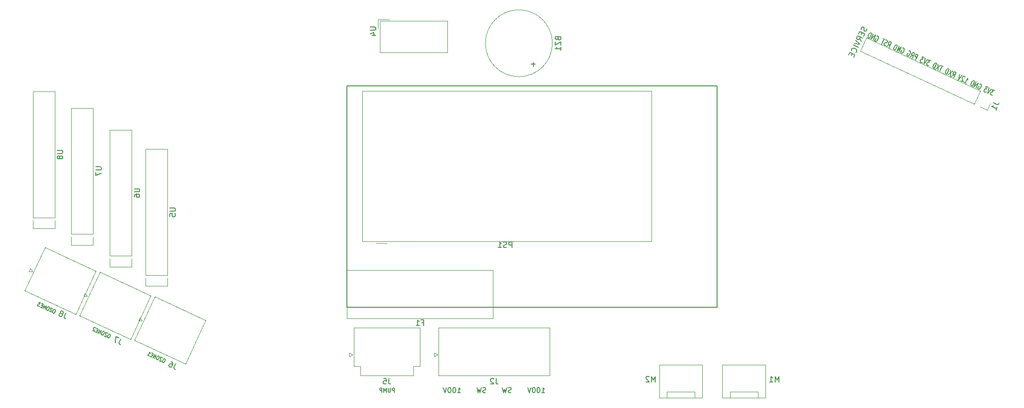
<source format=gbr>
G04 #@! TF.GenerationSoftware,KiCad,Pcbnew,5.1.9-73d0e3b20d~88~ubuntu20.04.1*
G04 #@! TF.CreationDate,2021-07-26T19:08:20+09:00*
G04 #@! TF.ProjectId,ESP32DUALDIAL,45535033-3244-4554-914c-4449414c2e6b,rev?*
G04 #@! TF.SameCoordinates,Original*
G04 #@! TF.FileFunction,Legend,Bot*
G04 #@! TF.FilePolarity,Positive*
%FSLAX46Y46*%
G04 Gerber Fmt 4.6, Leading zero omitted, Abs format (unit mm)*
G04 Created by KiCad (PCBNEW 5.1.9-73d0e3b20d~88~ubuntu20.04.1) date 2021-07-26 19:08:20*
%MOMM*%
%LPD*%
G01*
G04 APERTURE LIST*
%ADD10C,0.175000*%
%ADD11C,0.150000*%
%ADD12C,0.177500*%
%ADD13C,0.120000*%
G04 APERTURE END LIST*
D10*
X119157142Y-145907142D02*
X119671428Y-145907142D01*
X119414285Y-145907142D02*
X119414285Y-145007142D01*
X119500000Y-145135714D01*
X119585714Y-145221428D01*
X119671428Y-145264285D01*
X118600000Y-145007142D02*
X118514285Y-145007142D01*
X118428571Y-145050000D01*
X118385714Y-145092857D01*
X118342857Y-145178571D01*
X118300000Y-145350000D01*
X118300000Y-145564285D01*
X118342857Y-145735714D01*
X118385714Y-145821428D01*
X118428571Y-145864285D01*
X118514285Y-145907142D01*
X118600000Y-145907142D01*
X118685714Y-145864285D01*
X118728571Y-145821428D01*
X118771428Y-145735714D01*
X118814285Y-145564285D01*
X118814285Y-145350000D01*
X118771428Y-145178571D01*
X118728571Y-145092857D01*
X118685714Y-145050000D01*
X118600000Y-145007142D01*
X117742857Y-145007142D02*
X117657142Y-145007142D01*
X117571428Y-145050000D01*
X117528571Y-145092857D01*
X117485714Y-145178571D01*
X117442857Y-145350000D01*
X117442857Y-145564285D01*
X117485714Y-145735714D01*
X117528571Y-145821428D01*
X117571428Y-145864285D01*
X117657142Y-145907142D01*
X117742857Y-145907142D01*
X117828571Y-145864285D01*
X117871428Y-145821428D01*
X117914285Y-145735714D01*
X117957142Y-145564285D01*
X117957142Y-145350000D01*
X117914285Y-145178571D01*
X117871428Y-145092857D01*
X117828571Y-145050000D01*
X117742857Y-145007142D01*
X117185714Y-145007142D02*
X116885714Y-145907142D01*
X116585714Y-145007142D01*
X113585714Y-145864285D02*
X113457142Y-145907142D01*
X113242857Y-145907142D01*
X113157142Y-145864285D01*
X113114285Y-145821428D01*
X113071428Y-145735714D01*
X113071428Y-145650000D01*
X113114285Y-145564285D01*
X113157142Y-145521428D01*
X113242857Y-145478571D01*
X113414285Y-145435714D01*
X113500000Y-145392857D01*
X113542857Y-145350000D01*
X113585714Y-145264285D01*
X113585714Y-145178571D01*
X113542857Y-145092857D01*
X113500000Y-145050000D01*
X113414285Y-145007142D01*
X113200000Y-145007142D01*
X113071428Y-145050000D01*
X112771428Y-145007142D02*
X112557142Y-145907142D01*
X112385714Y-145264285D01*
X112214285Y-145907142D01*
X112000000Y-145007142D01*
X108957142Y-145864285D02*
X108828571Y-145907142D01*
X108614285Y-145907142D01*
X108528571Y-145864285D01*
X108485714Y-145821428D01*
X108442857Y-145735714D01*
X108442857Y-145650000D01*
X108485714Y-145564285D01*
X108528571Y-145521428D01*
X108614285Y-145478571D01*
X108785714Y-145435714D01*
X108871428Y-145392857D01*
X108914285Y-145350000D01*
X108957142Y-145264285D01*
X108957142Y-145178571D01*
X108914285Y-145092857D01*
X108871428Y-145050000D01*
X108785714Y-145007142D01*
X108571428Y-145007142D01*
X108442857Y-145050000D01*
X108142857Y-145007142D02*
X107928571Y-145907142D01*
X107757142Y-145264285D01*
X107585714Y-145907142D01*
X107371428Y-145007142D01*
X103814285Y-145907142D02*
X104328571Y-145907142D01*
X104071428Y-145907142D02*
X104071428Y-145007142D01*
X104157142Y-145135714D01*
X104242857Y-145221428D01*
X104328571Y-145264285D01*
X103257142Y-145007142D02*
X103171428Y-145007142D01*
X103085714Y-145050000D01*
X103042857Y-145092857D01*
X103000000Y-145178571D01*
X102957142Y-145350000D01*
X102957142Y-145564285D01*
X103000000Y-145735714D01*
X103042857Y-145821428D01*
X103085714Y-145864285D01*
X103171428Y-145907142D01*
X103257142Y-145907142D01*
X103342857Y-145864285D01*
X103385714Y-145821428D01*
X103428571Y-145735714D01*
X103471428Y-145564285D01*
X103471428Y-145350000D01*
X103428571Y-145178571D01*
X103385714Y-145092857D01*
X103342857Y-145050000D01*
X103257142Y-145007142D01*
X102400000Y-145007142D02*
X102314285Y-145007142D01*
X102228571Y-145050000D01*
X102185714Y-145092857D01*
X102142857Y-145178571D01*
X102100000Y-145350000D01*
X102100000Y-145564285D01*
X102142857Y-145735714D01*
X102185714Y-145821428D01*
X102228571Y-145864285D01*
X102314285Y-145907142D01*
X102400000Y-145907142D01*
X102485714Y-145864285D01*
X102528571Y-145821428D01*
X102571428Y-145735714D01*
X102614285Y-145564285D01*
X102614285Y-145350000D01*
X102571428Y-145178571D01*
X102528571Y-145092857D01*
X102485714Y-145050000D01*
X102400000Y-145007142D01*
X101842857Y-145007142D02*
X101542857Y-145907142D01*
X101242857Y-145007142D01*
X92300000Y-145816666D02*
X92300000Y-145116666D01*
X92033333Y-145116666D01*
X91966666Y-145150000D01*
X91933333Y-145183333D01*
X91900000Y-145250000D01*
X91900000Y-145350000D01*
X91933333Y-145416666D01*
X91966666Y-145450000D01*
X92033333Y-145483333D01*
X92300000Y-145483333D01*
X91600000Y-145116666D02*
X91600000Y-145683333D01*
X91566666Y-145750000D01*
X91533333Y-145783333D01*
X91466666Y-145816666D01*
X91333333Y-145816666D01*
X91266666Y-145783333D01*
X91233333Y-145750000D01*
X91200000Y-145683333D01*
X91200000Y-145116666D01*
X90866666Y-145816666D02*
X90866666Y-145116666D01*
X90633333Y-145616666D01*
X90400000Y-145116666D01*
X90400000Y-145816666D01*
X90066666Y-145816666D02*
X90066666Y-145116666D01*
X89800000Y-145116666D01*
X89733333Y-145150000D01*
X89700000Y-145183333D01*
X89666666Y-145250000D01*
X89666666Y-145350000D01*
X89700000Y-145416666D01*
X89733333Y-145450000D01*
X89800000Y-145483333D01*
X90066666Y-145483333D01*
D11*
X50547359Y-139798584D02*
X50443781Y-139750284D01*
X50377905Y-139756345D01*
X50297941Y-139792616D01*
X50215698Y-139901382D01*
X50117087Y-140112854D01*
X50086632Y-140245770D01*
X50110247Y-140330340D01*
X50147949Y-140384700D01*
X50251527Y-140432999D01*
X50317403Y-140426939D01*
X50397366Y-140390668D01*
X50479610Y-140281901D01*
X50578221Y-140070430D01*
X50608676Y-139937514D01*
X50585061Y-139852944D01*
X50547359Y-139798584D01*
X50133047Y-139605387D02*
X49770524Y-139436339D01*
X49837214Y-140239802D01*
X49474691Y-140070755D01*
X49459790Y-139291442D02*
X49356212Y-139243143D01*
X49290336Y-139249203D01*
X49210372Y-139285474D01*
X49128129Y-139394240D01*
X49029518Y-139605712D01*
X48999063Y-139738628D01*
X49022677Y-139823198D01*
X49060379Y-139877558D01*
X49163957Y-139925857D01*
X49229834Y-139919797D01*
X49309797Y-139883526D01*
X49392041Y-139774759D01*
X49490652Y-139563288D01*
X49521106Y-139430372D01*
X49497492Y-139345802D01*
X49459790Y-139291442D01*
X48697856Y-139708511D02*
X48993689Y-139074095D01*
X48387122Y-139563613D01*
X48682955Y-138929198D01*
X48283137Y-139110552D02*
X48101875Y-139026028D01*
X47869232Y-139322117D02*
X48128177Y-139442865D01*
X48424010Y-138808450D01*
X48165065Y-138687701D01*
X47351342Y-139080621D02*
X47662076Y-139225518D01*
X47506709Y-139153070D02*
X47802541Y-138518654D01*
X47812069Y-138633435D01*
X47835683Y-138718005D01*
X47873385Y-138772365D01*
X30547359Y-130798584D02*
X30443781Y-130750284D01*
X30377905Y-130756345D01*
X30297941Y-130792616D01*
X30215698Y-130901382D01*
X30117087Y-131112854D01*
X30086632Y-131245770D01*
X30110247Y-131330340D01*
X30147949Y-131384700D01*
X30251527Y-131432999D01*
X30317403Y-131426939D01*
X30397366Y-131390668D01*
X30479610Y-131281901D01*
X30578221Y-131070430D01*
X30608676Y-130937514D01*
X30585061Y-130852944D01*
X30547359Y-130798584D01*
X30133047Y-130605387D02*
X29770524Y-130436339D01*
X29837214Y-131239802D01*
X29474691Y-131070755D01*
X29459790Y-130291442D02*
X29356212Y-130243143D01*
X29290336Y-130249203D01*
X29210372Y-130285474D01*
X29128129Y-130394240D01*
X29029518Y-130605712D01*
X28999063Y-130738628D01*
X29022677Y-130823198D01*
X29060379Y-130877558D01*
X29163957Y-130925857D01*
X29229834Y-130919797D01*
X29309797Y-130883526D01*
X29392041Y-130774759D01*
X29490652Y-130563288D01*
X29521106Y-130430372D01*
X29497492Y-130345802D01*
X29459790Y-130291442D01*
X28697856Y-130708511D02*
X28993689Y-130074095D01*
X28387122Y-130563613D01*
X28682955Y-129929198D01*
X28283137Y-130110552D02*
X28101875Y-130026028D01*
X27869232Y-130322117D02*
X28128177Y-130442865D01*
X28424010Y-129808450D01*
X28165065Y-129687701D01*
X27983803Y-129603178D02*
X27647174Y-129446205D01*
X27715738Y-129772411D01*
X27638054Y-129736187D01*
X27572178Y-129742247D01*
X27532196Y-129760383D01*
X27478127Y-129808728D01*
X27407691Y-129959780D01*
X27405411Y-130032275D01*
X27417218Y-130074560D01*
X27454920Y-130128920D01*
X27610287Y-130201369D01*
X27676163Y-130195308D01*
X27716145Y-130177173D01*
X40547359Y-135298584D02*
X40443781Y-135250284D01*
X40377905Y-135256345D01*
X40297941Y-135292616D01*
X40215698Y-135401382D01*
X40117087Y-135612854D01*
X40086632Y-135745770D01*
X40110247Y-135830340D01*
X40147949Y-135884700D01*
X40251527Y-135932999D01*
X40317403Y-135926939D01*
X40397366Y-135890668D01*
X40479610Y-135781901D01*
X40578221Y-135570430D01*
X40608676Y-135437514D01*
X40585061Y-135352944D01*
X40547359Y-135298584D01*
X40133047Y-135105387D02*
X39770524Y-134936339D01*
X39837214Y-135739802D01*
X39474691Y-135570755D01*
X39459790Y-134791442D02*
X39356212Y-134743143D01*
X39290336Y-134749203D01*
X39210372Y-134785474D01*
X39128129Y-134894240D01*
X39029518Y-135105712D01*
X38999063Y-135238628D01*
X39022677Y-135323198D01*
X39060379Y-135377558D01*
X39163957Y-135425857D01*
X39229834Y-135419797D01*
X39309797Y-135383526D01*
X39392041Y-135274759D01*
X39490652Y-135063288D01*
X39521106Y-134930372D01*
X39497492Y-134845802D01*
X39459790Y-134791442D01*
X38697856Y-135208511D02*
X38993689Y-134574095D01*
X38387122Y-135063613D01*
X38682955Y-134429198D01*
X38283137Y-134610552D02*
X38101875Y-134526028D01*
X37869232Y-134822117D02*
X38128177Y-134942865D01*
X38424010Y-134308450D01*
X38165065Y-134187701D01*
X37929734Y-134151523D02*
X37917927Y-134109238D01*
X37880225Y-134054879D01*
X37750752Y-133994505D01*
X37684876Y-134000565D01*
X37644894Y-134018701D01*
X37590825Y-134067046D01*
X37562651Y-134127467D01*
X37546283Y-134230172D01*
X37687970Y-134737593D01*
X37351342Y-134580621D01*
D12*
X201614875Y-90811874D02*
X201216531Y-90626123D01*
X201270026Y-91071403D01*
X201178101Y-91028537D01*
X201096693Y-91043118D01*
X201045926Y-91071987D01*
X200975035Y-91144013D01*
X200874412Y-91359801D01*
X200864804Y-91460405D01*
X200875321Y-91517851D01*
X200916480Y-91589585D01*
X201100331Y-91675316D01*
X201181739Y-91660736D01*
X201232506Y-91631867D01*
X201032680Y-90540392D02*
X200395569Y-91346680D01*
X200603694Y-90340353D01*
X200450485Y-90268910D02*
X200052141Y-90083159D01*
X200105637Y-90528439D01*
X200013711Y-90485574D01*
X199932303Y-90500154D01*
X199881536Y-90529023D01*
X199810645Y-90601050D01*
X199710022Y-90816837D01*
X199700414Y-90917441D01*
X199710931Y-90974887D01*
X199752090Y-91046621D01*
X199935941Y-91132352D01*
X200017350Y-91117772D01*
X200068116Y-91088903D01*
X198928911Y-89611930D02*
X199010319Y-89597350D01*
X199102244Y-89640215D01*
X199174045Y-89726238D01*
X199195080Y-89841130D01*
X199185472Y-89941734D01*
X199135615Y-90128653D01*
X199075241Y-90258125D01*
X198964101Y-90416467D01*
X198893209Y-90488493D01*
X198791676Y-90546231D01*
X198679626Y-90546523D01*
X198618343Y-90517946D01*
X198546542Y-90431923D01*
X198536025Y-90374477D01*
X198676897Y-90072374D01*
X198799465Y-90129528D01*
X198219999Y-90332195D02*
X198642617Y-89425887D01*
X197852297Y-90160733D01*
X198274915Y-89254425D01*
X197545878Y-90017848D02*
X197968497Y-89111540D01*
X197815287Y-89040097D01*
X197703237Y-89040389D01*
X197601704Y-89098127D01*
X197530813Y-89170154D01*
X197419672Y-89328495D01*
X197359298Y-89457968D01*
X197309442Y-89644886D01*
X197299834Y-89745490D01*
X197320868Y-89860382D01*
X197392669Y-89946405D01*
X197545878Y-90017848D01*
X196075070Y-89331999D02*
X196442772Y-89503461D01*
X196258921Y-89417730D02*
X196681540Y-88511422D01*
X196682449Y-88669472D01*
X196703483Y-88784364D01*
X196744642Y-88856098D01*
X196212304Y-88397698D02*
X196201787Y-88340252D01*
X196160628Y-88268517D01*
X196007419Y-88197075D01*
X195926011Y-88211655D01*
X195875244Y-88240524D01*
X195804353Y-88312550D01*
X195764104Y-88398866D01*
X195734372Y-88542627D01*
X195860577Y-89231979D01*
X195462234Y-89046228D01*
X195701001Y-88054189D02*
X195063890Y-88860477D01*
X195272015Y-87854150D01*
X193776933Y-88260360D02*
X194192672Y-87928804D01*
X194144635Y-88431822D02*
X194567253Y-87525514D01*
X194322118Y-87411206D01*
X194240710Y-87425786D01*
X194189943Y-87454655D01*
X194119052Y-87526682D01*
X194058678Y-87656154D01*
X194049071Y-87756758D01*
X194059588Y-87814204D01*
X194100747Y-87885938D01*
X194345881Y-88000247D01*
X193985058Y-87254032D02*
X193133454Y-87960301D01*
X193556072Y-87053993D02*
X193562440Y-88160340D01*
X192888319Y-87845992D02*
X193310938Y-86939685D01*
X193157729Y-86868242D01*
X193045678Y-86868534D01*
X192944145Y-86926272D01*
X192873254Y-86998298D01*
X192762114Y-87156640D01*
X192701740Y-87286112D01*
X192651883Y-87473031D01*
X192642275Y-87573635D01*
X192663309Y-87688527D01*
X192735110Y-87774550D01*
X192888319Y-87845992D01*
X192269115Y-86453875D02*
X191901413Y-86282413D01*
X191662646Y-87274451D02*
X192085264Y-86368144D01*
X191748204Y-86210970D02*
X190896600Y-86917238D01*
X191319218Y-86010931D02*
X191325586Y-87117278D01*
X190651466Y-86802930D02*
X191074084Y-85896622D01*
X190920875Y-85825180D01*
X190808824Y-85825472D01*
X190707291Y-85883210D01*
X190636400Y-85955236D01*
X190525260Y-86113578D01*
X190464886Y-86243050D01*
X190415029Y-86429969D01*
X190405421Y-86530572D01*
X190426456Y-86645465D01*
X190498256Y-86731488D01*
X190651466Y-86802930D01*
X190001620Y-85396524D02*
X189603276Y-85210773D01*
X189656771Y-85656053D01*
X189564846Y-85613188D01*
X189483437Y-85627768D01*
X189432671Y-85656637D01*
X189361780Y-85728664D01*
X189261156Y-85944451D01*
X189251549Y-86045055D01*
X189262066Y-86102501D01*
X189303225Y-86174235D01*
X189487076Y-86259966D01*
X189568484Y-86245386D01*
X189619251Y-86216517D01*
X189419425Y-85125042D02*
X188782314Y-85931330D01*
X188990439Y-84925003D01*
X188837230Y-84853560D02*
X188438886Y-84667810D01*
X188492381Y-85113089D01*
X188400456Y-85070224D01*
X188319048Y-85084804D01*
X188268281Y-85113673D01*
X188197390Y-85185700D01*
X188096766Y-85401487D01*
X188087159Y-85502091D01*
X188097676Y-85559537D01*
X188138835Y-85631271D01*
X188322686Y-85717003D01*
X188404094Y-85702422D01*
X188454861Y-85673553D01*
X187250222Y-85216904D02*
X187672840Y-84310596D01*
X187427705Y-84196288D01*
X187346297Y-84210869D01*
X187295531Y-84239738D01*
X187224639Y-84311764D01*
X187164265Y-84441237D01*
X187154658Y-84541840D01*
X187165175Y-84599286D01*
X187206334Y-84671021D01*
X187451469Y-84785329D01*
X186239041Y-84745383D02*
X186654781Y-84413828D01*
X186606743Y-84916845D02*
X187029362Y-84010538D01*
X186784227Y-83896229D01*
X186702819Y-83910810D01*
X186652052Y-83939679D01*
X186581161Y-84011705D01*
X186520787Y-84141178D01*
X186511179Y-84241781D01*
X186521696Y-84299227D01*
X186562855Y-84370962D01*
X186807990Y-84485270D01*
X186028698Y-83596462D02*
X186110107Y-83581882D01*
X186202032Y-83624747D01*
X186273833Y-83710771D01*
X186294867Y-83825663D01*
X186285260Y-83926266D01*
X186235403Y-84113185D01*
X186175029Y-84242657D01*
X186063888Y-84400999D01*
X185992997Y-84473025D01*
X185891464Y-84530763D01*
X185779414Y-84531055D01*
X185718130Y-84502478D01*
X185646329Y-84416455D01*
X185635812Y-84359009D01*
X185776685Y-84056906D01*
X185899252Y-84114061D01*
X184894950Y-83067787D02*
X184976359Y-83053207D01*
X185068284Y-83096072D01*
X185140085Y-83182095D01*
X185161119Y-83296987D01*
X185151512Y-83397591D01*
X185101655Y-83584509D01*
X185041281Y-83713982D01*
X184930140Y-83872323D01*
X184859249Y-83944350D01*
X184757716Y-84002088D01*
X184645666Y-84002380D01*
X184584382Y-83973803D01*
X184512581Y-83887780D01*
X184502064Y-83830334D01*
X184642937Y-83528231D01*
X184765504Y-83585385D01*
X184186038Y-83788052D02*
X184608657Y-82881744D01*
X183818336Y-83616590D01*
X184240955Y-82710282D01*
X183511918Y-83473705D02*
X183934536Y-82567397D01*
X183781327Y-82495954D01*
X183669277Y-82496246D01*
X183567744Y-82553984D01*
X183496853Y-82626011D01*
X183385712Y-82784352D01*
X183325338Y-82913825D01*
X183275481Y-83100743D01*
X183265874Y-83201347D01*
X183286908Y-83316239D01*
X183358709Y-83402262D01*
X183511918Y-83473705D01*
X182010468Y-82773567D02*
X182426208Y-82442012D01*
X182378170Y-82945029D02*
X182800788Y-82038721D01*
X182555654Y-81924413D01*
X182474245Y-81938994D01*
X182423479Y-81967863D01*
X182352588Y-82039889D01*
X182292214Y-82169362D01*
X182282606Y-82269965D01*
X182293123Y-82327411D01*
X182334282Y-82399146D01*
X182579417Y-82513454D01*
X181785458Y-82616101D02*
X181673408Y-82616393D01*
X181520199Y-82544951D01*
X181479040Y-82473216D01*
X181468523Y-82415770D01*
X181478130Y-82315166D01*
X181518379Y-82228851D01*
X181589271Y-82156825D01*
X181640037Y-82127956D01*
X181721446Y-82113375D01*
X181864138Y-82127372D01*
X181945546Y-82112792D01*
X181996312Y-82083923D01*
X182067204Y-82011896D01*
X182107453Y-81925581D01*
X182117061Y-81824978D01*
X182106543Y-81767531D01*
X182065384Y-81695797D01*
X181912175Y-81624354D01*
X181800125Y-81624646D01*
X181636399Y-81495758D02*
X181268697Y-81324295D01*
X181029929Y-82316334D02*
X181452548Y-81410026D01*
X180206750Y-80881643D02*
X180288158Y-80867063D01*
X180380083Y-80909928D01*
X180451884Y-80995951D01*
X180472919Y-81110843D01*
X180463311Y-81211447D01*
X180413454Y-81398365D01*
X180353080Y-81527838D01*
X180241940Y-81686180D01*
X180171048Y-81758206D01*
X180069515Y-81815944D01*
X179957465Y-81816236D01*
X179896182Y-81787659D01*
X179824381Y-81701636D01*
X179813864Y-81644190D01*
X179954736Y-81342087D01*
X180077304Y-81399241D01*
X179497838Y-81601908D02*
X179920456Y-80695600D01*
X179130136Y-81430446D01*
X179552754Y-80524138D01*
X178823717Y-81287561D02*
X179246336Y-80381253D01*
X179093126Y-80309810D01*
X178981076Y-80310102D01*
X178879543Y-80367840D01*
X178808652Y-80439867D01*
X178697511Y-80598208D01*
X178637137Y-80727681D01*
X178587281Y-80914599D01*
X178577673Y-81015203D01*
X178598707Y-81130095D01*
X178670508Y-81216118D01*
X178823717Y-81287561D01*
D11*
X83680000Y-130330000D02*
X83680000Y-89990000D01*
X151120000Y-130330000D02*
X83680000Y-130330000D01*
X151120000Y-89990000D02*
X151120000Y-130330000D01*
X83680000Y-89990000D02*
X151120000Y-89990000D01*
D13*
X121100000Y-82200000D02*
G75*
G03*
X121100000Y-82200000I-6100000J0D01*
G01*
X47000000Y-126500000D02*
X47000000Y-125000000D01*
X51000000Y-126500000D02*
X51000000Y-125000000D01*
X47000000Y-126500000D02*
X51000000Y-126500000D01*
X47000000Y-101500000D02*
X47000000Y-124500000D01*
X51000000Y-101500000D02*
X47000000Y-101500000D01*
X51000000Y-124500000D02*
X51000000Y-101500000D01*
X47000000Y-124500000D02*
X51000000Y-124500000D01*
X40500000Y-123000000D02*
X40500000Y-121500000D01*
X44500000Y-123000000D02*
X44500000Y-121500000D01*
X40500000Y-123000000D02*
X44500000Y-123000000D01*
X40500000Y-98000000D02*
X40500000Y-121000000D01*
X44500000Y-98000000D02*
X40500000Y-98000000D01*
X44500000Y-121000000D02*
X44500000Y-98000000D01*
X40500000Y-121000000D02*
X44500000Y-121000000D01*
X33500000Y-119000000D02*
X33500000Y-117500000D01*
X37500000Y-119000000D02*
X37500000Y-117500000D01*
X33500000Y-119000000D02*
X37500000Y-119000000D01*
X33500000Y-94000000D02*
X33500000Y-117000000D01*
X37500000Y-94000000D02*
X33500000Y-94000000D01*
X37500000Y-117000000D02*
X37500000Y-94000000D01*
X33500000Y-117000000D02*
X37500000Y-117000000D01*
X26500000Y-116000000D02*
X26500000Y-114500000D01*
X30500000Y-116000000D02*
X30500000Y-114500000D01*
X26500000Y-116000000D02*
X30500000Y-116000000D01*
X26500000Y-91000000D02*
X26500000Y-114000000D01*
X30500000Y-91000000D02*
X26500000Y-91000000D01*
X30500000Y-114000000D02*
X30500000Y-91000000D01*
X26500000Y-114000000D02*
X30500000Y-114000000D01*
X91000000Y-118650000D02*
X89000000Y-118650000D01*
X139120000Y-118320000D02*
X139120000Y-90880000D01*
X86480000Y-118320000D02*
X139120000Y-118320000D01*
X86480000Y-90880000D02*
X139120000Y-90880000D01*
X86480000Y-118320000D02*
X86480000Y-90880000D01*
X89680000Y-78130000D02*
X89680000Y-83870000D01*
X89680000Y-83880000D02*
X101940000Y-83880000D01*
X101940000Y-83880000D02*
X101940000Y-78120000D01*
X101940000Y-78120000D02*
X89690000Y-78120000D01*
X89400000Y-77840000D02*
X91400000Y-77840000D01*
X89400000Y-77840000D02*
X89400000Y-79450000D01*
X200247351Y-94380015D02*
X200809433Y-93174625D01*
X199041962Y-93817932D02*
X200247351Y-94380015D01*
X197890951Y-93281207D02*
X199015115Y-90870428D01*
X199015115Y-90870428D02*
X178242541Y-81184018D01*
X197890951Y-93281207D02*
X177118376Y-83594797D01*
X177118376Y-83594797D02*
X178242541Y-81184018D01*
X110200000Y-132400000D02*
X83700000Y-132400000D01*
X83700000Y-132400000D02*
X83700000Y-123600000D01*
X83700000Y-123600000D02*
X110300000Y-123600000D01*
X110300000Y-123600000D02*
X110300000Y-132400000D01*
X100390000Y-142810000D02*
X100390000Y-134090000D01*
X100390000Y-134090000D02*
X120610000Y-134090000D01*
X120610000Y-134090000D02*
X120610000Y-142810000D01*
X120610000Y-142810000D02*
X100390000Y-142810000D01*
X100190000Y-139000000D02*
X99590000Y-138700000D01*
X99590000Y-138700000D02*
X99590000Y-139300000D01*
X99590000Y-139300000D02*
X100190000Y-139000000D01*
X84940000Y-134090000D02*
X84940000Y-141110000D01*
X84940000Y-141110000D02*
X86140000Y-141110000D01*
X86140000Y-141110000D02*
X86140000Y-142810000D01*
X86140000Y-142810000D02*
X95780000Y-142810000D01*
X95780000Y-142810000D02*
X95780000Y-141110000D01*
X95780000Y-141110000D02*
X96980000Y-141110000D01*
X96980000Y-141110000D02*
X96980000Y-134090000D01*
X96980000Y-134090000D02*
X84940000Y-134090000D01*
X84740000Y-139000000D02*
X84140000Y-138700000D01*
X84140000Y-138700000D02*
X84140000Y-139300000D01*
X84140000Y-139300000D02*
X84740000Y-139000000D01*
X45024361Y-136349999D02*
X48709592Y-128446995D01*
X48709592Y-128446995D02*
X57972058Y-132766154D01*
X57972058Y-132766154D02*
X54286827Y-140669158D01*
X54286827Y-140669158D02*
X45024361Y-136349999D01*
X46453275Y-132812443D02*
X46036276Y-132286979D01*
X46036276Y-132286979D02*
X45782705Y-132830764D01*
X45782705Y-132830764D02*
X46453275Y-132812443D01*
X35024361Y-131849999D02*
X38709592Y-123946995D01*
X38709592Y-123946995D02*
X47972058Y-128266154D01*
X47972058Y-128266154D02*
X44286827Y-136169158D01*
X44286827Y-136169158D02*
X35024361Y-131849999D01*
X36453275Y-128312443D02*
X36036276Y-127786979D01*
X36036276Y-127786979D02*
X35782705Y-128330764D01*
X35782705Y-128330764D02*
X36453275Y-128312443D01*
X25024361Y-127349999D02*
X28709592Y-119446995D01*
X28709592Y-119446995D02*
X37972058Y-123766154D01*
X37972058Y-123766154D02*
X34286827Y-131669158D01*
X34286827Y-131669158D02*
X25024361Y-127349999D01*
X26453275Y-123812443D02*
X26036276Y-123286979D01*
X26036276Y-123286979D02*
X25782705Y-123830764D01*
X25782705Y-123830764D02*
X26453275Y-123812443D01*
X153420000Y-145790000D02*
X153420000Y-146800000D01*
X158500000Y-145790000D02*
X153420000Y-145790000D01*
X158500000Y-146800000D02*
X158500000Y-145790000D01*
X152050000Y-146900000D02*
X159850000Y-146900000D01*
X152050000Y-140850000D02*
X152050000Y-146900000D01*
X159850000Y-140850000D02*
X152050000Y-140850000D01*
X159850000Y-146900000D02*
X159850000Y-140850000D01*
X148350000Y-146900000D02*
X148350000Y-140850000D01*
X148350000Y-140850000D02*
X140550000Y-140850000D01*
X140550000Y-140850000D02*
X140550000Y-146900000D01*
X140550000Y-146900000D02*
X148350000Y-146900000D01*
X147000000Y-146800000D02*
X147000000Y-145790000D01*
X147000000Y-145790000D02*
X141920000Y-145790000D01*
X141920000Y-145790000D02*
X141920000Y-146800000D01*
D11*
X122128571Y-81319047D02*
X122176190Y-81461904D01*
X122223809Y-81509523D01*
X122319047Y-81557142D01*
X122461904Y-81557142D01*
X122557142Y-81509523D01*
X122604761Y-81461904D01*
X122652380Y-81366666D01*
X122652380Y-80985714D01*
X121652380Y-80985714D01*
X121652380Y-81319047D01*
X121700000Y-81414285D01*
X121747619Y-81461904D01*
X121842857Y-81509523D01*
X121938095Y-81509523D01*
X122033333Y-81461904D01*
X122080952Y-81414285D01*
X122128571Y-81319047D01*
X122128571Y-80985714D01*
X121652380Y-81890476D02*
X121652380Y-82557142D01*
X122652380Y-81890476D01*
X122652380Y-82557142D01*
X122652380Y-83461904D02*
X122652380Y-82890476D01*
X122652380Y-83176190D02*
X121652380Y-83176190D01*
X121795238Y-83080952D01*
X121890476Y-82985714D01*
X121938095Y-82890476D01*
X117611428Y-85629047D02*
X117611428Y-86390952D01*
X117992380Y-86010000D02*
X117230476Y-86010000D01*
X51452380Y-112238095D02*
X52261904Y-112238095D01*
X52357142Y-112285714D01*
X52404761Y-112333333D01*
X52452380Y-112428571D01*
X52452380Y-112619047D01*
X52404761Y-112714285D01*
X52357142Y-112761904D01*
X52261904Y-112809523D01*
X51452380Y-112809523D01*
X51452380Y-113761904D02*
X51452380Y-113285714D01*
X51928571Y-113238095D01*
X51880952Y-113285714D01*
X51833333Y-113380952D01*
X51833333Y-113619047D01*
X51880952Y-113714285D01*
X51928571Y-113761904D01*
X52023809Y-113809523D01*
X52261904Y-113809523D01*
X52357142Y-113761904D01*
X52404761Y-113714285D01*
X52452380Y-113619047D01*
X52452380Y-113380952D01*
X52404761Y-113285714D01*
X52357142Y-113238095D01*
X44952380Y-108738095D02*
X45761904Y-108738095D01*
X45857142Y-108785714D01*
X45904761Y-108833333D01*
X45952380Y-108928571D01*
X45952380Y-109119047D01*
X45904761Y-109214285D01*
X45857142Y-109261904D01*
X45761904Y-109309523D01*
X44952380Y-109309523D01*
X44952380Y-110214285D02*
X44952380Y-110023809D01*
X45000000Y-109928571D01*
X45047619Y-109880952D01*
X45190476Y-109785714D01*
X45380952Y-109738095D01*
X45761904Y-109738095D01*
X45857142Y-109785714D01*
X45904761Y-109833333D01*
X45952380Y-109928571D01*
X45952380Y-110119047D01*
X45904761Y-110214285D01*
X45857142Y-110261904D01*
X45761904Y-110309523D01*
X45523809Y-110309523D01*
X45428571Y-110261904D01*
X45380952Y-110214285D01*
X45333333Y-110119047D01*
X45333333Y-109928571D01*
X45380952Y-109833333D01*
X45428571Y-109785714D01*
X45523809Y-109738095D01*
X37952380Y-104738095D02*
X38761904Y-104738095D01*
X38857142Y-104785714D01*
X38904761Y-104833333D01*
X38952380Y-104928571D01*
X38952380Y-105119047D01*
X38904761Y-105214285D01*
X38857142Y-105261904D01*
X38761904Y-105309523D01*
X37952380Y-105309523D01*
X37952380Y-105690476D02*
X37952380Y-106357142D01*
X38952380Y-105928571D01*
X30952380Y-101738095D02*
X31761904Y-101738095D01*
X31857142Y-101785714D01*
X31904761Y-101833333D01*
X31952380Y-101928571D01*
X31952380Y-102119047D01*
X31904761Y-102214285D01*
X31857142Y-102261904D01*
X31761904Y-102309523D01*
X30952380Y-102309523D01*
X31380952Y-102928571D02*
X31333333Y-102833333D01*
X31285714Y-102785714D01*
X31190476Y-102738095D01*
X31142857Y-102738095D01*
X31047619Y-102785714D01*
X31000000Y-102833333D01*
X30952380Y-102928571D01*
X30952380Y-103119047D01*
X31000000Y-103214285D01*
X31047619Y-103261904D01*
X31142857Y-103309523D01*
X31190476Y-103309523D01*
X31285714Y-103261904D01*
X31333333Y-103214285D01*
X31380952Y-103119047D01*
X31380952Y-102928571D01*
X31428571Y-102833333D01*
X31476190Y-102785714D01*
X31571428Y-102738095D01*
X31761904Y-102738095D01*
X31857142Y-102785714D01*
X31904761Y-102833333D01*
X31952380Y-102928571D01*
X31952380Y-103119047D01*
X31904761Y-103214285D01*
X31857142Y-103261904D01*
X31761904Y-103309523D01*
X31571428Y-103309523D01*
X31476190Y-103261904D01*
X31428571Y-103214285D01*
X31380952Y-103119047D01*
X113714285Y-119452380D02*
X113714285Y-118452380D01*
X113333333Y-118452380D01*
X113238095Y-118500000D01*
X113190476Y-118547619D01*
X113142857Y-118642857D01*
X113142857Y-118785714D01*
X113190476Y-118880952D01*
X113238095Y-118928571D01*
X113333333Y-118976190D01*
X113714285Y-118976190D01*
X112761904Y-119404761D02*
X112619047Y-119452380D01*
X112380952Y-119452380D01*
X112285714Y-119404761D01*
X112238095Y-119357142D01*
X112190476Y-119261904D01*
X112190476Y-119166666D01*
X112238095Y-119071428D01*
X112285714Y-119023809D01*
X112380952Y-118976190D01*
X112571428Y-118928571D01*
X112666666Y-118880952D01*
X112714285Y-118833333D01*
X112761904Y-118738095D01*
X112761904Y-118642857D01*
X112714285Y-118547619D01*
X112666666Y-118500000D01*
X112571428Y-118452380D01*
X112333333Y-118452380D01*
X112190476Y-118500000D01*
X111238095Y-119452380D02*
X111809523Y-119452380D01*
X111523809Y-119452380D02*
X111523809Y-118452380D01*
X111619047Y-118595238D01*
X111714285Y-118690476D01*
X111809523Y-118738095D01*
X87952380Y-79238095D02*
X88761904Y-79238095D01*
X88857142Y-79285714D01*
X88904761Y-79333333D01*
X88952380Y-79428571D01*
X88952380Y-79619047D01*
X88904761Y-79714285D01*
X88857142Y-79761904D01*
X88761904Y-79809523D01*
X87952380Y-79809523D01*
X88285714Y-80714285D02*
X88952380Y-80714285D01*
X87904761Y-80476190D02*
X88619047Y-80238095D01*
X88619047Y-80857142D01*
X201360302Y-93063707D02*
X202007665Y-93365577D01*
X202157262Y-93382794D01*
X202283826Y-93336728D01*
X202387358Y-93227380D01*
X202427607Y-93141065D01*
X201843991Y-94392633D02*
X202085488Y-93874743D01*
X201964739Y-94133688D02*
X201058432Y-93711070D01*
X201228154Y-93685129D01*
X201354718Y-93639063D01*
X201438125Y-93572873D01*
X178348470Y-79548397D02*
X178331254Y-79697995D01*
X178230630Y-79913782D01*
X178147223Y-79979973D01*
X178083941Y-80003005D01*
X177977501Y-80005914D01*
X177891186Y-79965664D01*
X177824996Y-79882257D01*
X177801963Y-79818975D01*
X177799055Y-79712535D01*
X177836396Y-79519781D01*
X177833488Y-79413341D01*
X177810455Y-79350059D01*
X177744265Y-79266652D01*
X177657950Y-79226403D01*
X177551510Y-79229311D01*
X177488228Y-79252344D01*
X177404821Y-79318534D01*
X177304198Y-79534321D01*
X177286981Y-79683919D01*
X177494277Y-80253458D02*
X177353404Y-80555561D01*
X177767763Y-80906405D02*
X177969009Y-80474830D01*
X177062702Y-80052212D01*
X176861455Y-80483787D01*
X177345144Y-81812713D02*
X177054442Y-81309363D01*
X177586640Y-81294823D02*
X176680333Y-80872204D01*
X176519335Y-81217465D01*
X176522243Y-81323904D01*
X176545276Y-81387186D01*
X176611467Y-81470593D01*
X176740939Y-81530967D01*
X176847379Y-81528059D01*
X176910661Y-81505026D01*
X176994068Y-81438836D01*
X177155065Y-81093576D01*
X176318088Y-81649040D02*
X177083523Y-82373761D01*
X176036343Y-82253245D01*
X176801778Y-82977966D02*
X175895470Y-82555347D01*
X176272720Y-83887182D02*
X176336002Y-83864149D01*
X176439534Y-83754801D01*
X176479783Y-83668486D01*
X176497000Y-83518889D01*
X176450934Y-83392324D01*
X176384744Y-83308917D01*
X176232238Y-83185261D01*
X176102766Y-83124887D01*
X175910011Y-83087546D01*
X175803571Y-83090454D01*
X175677007Y-83136520D01*
X175573475Y-83245868D01*
X175533226Y-83332183D01*
X175516009Y-83481780D01*
X175539042Y-83545062D01*
X175703180Y-84094477D02*
X175562308Y-84396580D01*
X175976666Y-84747424D02*
X176177913Y-84315849D01*
X175271605Y-83893230D01*
X175070358Y-84324806D01*
X97333333Y-133128571D02*
X97666666Y-133128571D01*
X97666666Y-133652380D02*
X97666666Y-132652380D01*
X97190476Y-132652380D01*
X96285714Y-133652380D02*
X96857142Y-133652380D01*
X96571428Y-133652380D02*
X96571428Y-132652380D01*
X96666666Y-132795238D01*
X96761904Y-132890476D01*
X96857142Y-132938095D01*
X110833333Y-143352380D02*
X110833333Y-144066666D01*
X110880952Y-144209523D01*
X110976190Y-144304761D01*
X111119047Y-144352380D01*
X111214285Y-144352380D01*
X110404761Y-143447619D02*
X110357142Y-143400000D01*
X110261904Y-143352380D01*
X110023809Y-143352380D01*
X109928571Y-143400000D01*
X109880952Y-143447619D01*
X109833333Y-143542857D01*
X109833333Y-143638095D01*
X109880952Y-143780952D01*
X110452380Y-144352380D01*
X109833333Y-144352380D01*
X91293333Y-143352380D02*
X91293333Y-144066666D01*
X91340952Y-144209523D01*
X91436190Y-144304761D01*
X91579047Y-144352380D01*
X91674285Y-144352380D01*
X90340952Y-143352380D02*
X90817142Y-143352380D01*
X90864761Y-143828571D01*
X90817142Y-143780952D01*
X90721904Y-143733333D01*
X90483809Y-143733333D01*
X90388571Y-143780952D01*
X90340952Y-143828571D01*
X90293333Y-143923809D01*
X90293333Y-144161904D01*
X90340952Y-144257142D01*
X90388571Y-144304761D01*
X90483809Y-144352380D01*
X90721904Y-144352380D01*
X90817142Y-144304761D01*
X90864761Y-144257142D01*
X52533536Y-140644561D02*
X52231666Y-141291924D01*
X52214449Y-141441521D01*
X52260515Y-141568085D01*
X52369863Y-141671617D01*
X52456178Y-141711866D01*
X51713543Y-140262192D02*
X51886173Y-140342691D01*
X51952364Y-140426098D01*
X51975396Y-140489380D01*
X52001337Y-140659102D01*
X51963996Y-140851856D01*
X51802999Y-141197116D01*
X51719592Y-141263307D01*
X51656310Y-141286340D01*
X51549870Y-141289248D01*
X51377240Y-141208749D01*
X51311050Y-141125342D01*
X51288017Y-141062060D01*
X51285109Y-140955620D01*
X51385732Y-140739833D01*
X51469139Y-140673642D01*
X51532421Y-140650610D01*
X51638861Y-140647701D01*
X51811491Y-140728200D01*
X51877681Y-140811607D01*
X51900714Y-140874889D01*
X51903622Y-140981329D01*
X42533536Y-136144561D02*
X42231666Y-136791924D01*
X42214449Y-136941521D01*
X42260515Y-137068085D01*
X42369863Y-137171617D01*
X42456178Y-137211866D01*
X42188276Y-135983563D02*
X41584071Y-135701818D01*
X41549870Y-136789248D01*
X32533536Y-131394561D02*
X32231666Y-132041924D01*
X32214449Y-132191521D01*
X32260515Y-132318085D01*
X32369863Y-132421617D01*
X32456178Y-132461866D01*
X31791366Y-131521358D02*
X31897806Y-131518449D01*
X31961088Y-131495417D01*
X32044495Y-131429226D01*
X32064620Y-131386069D01*
X32061711Y-131279629D01*
X32038679Y-131216347D01*
X31972488Y-131132940D01*
X31799858Y-131052441D01*
X31693418Y-131055349D01*
X31630136Y-131078382D01*
X31546729Y-131144573D01*
X31526605Y-131187730D01*
X31529513Y-131294170D01*
X31552546Y-131357452D01*
X31618736Y-131440859D01*
X31791366Y-131521358D01*
X31857556Y-131604765D01*
X31880589Y-131668047D01*
X31883497Y-131774486D01*
X31802999Y-131947116D01*
X31719592Y-132013307D01*
X31656310Y-132036340D01*
X31549870Y-132039248D01*
X31377240Y-131958749D01*
X31311050Y-131875342D01*
X31288017Y-131812060D01*
X31285109Y-131705620D01*
X31365607Y-131532990D01*
X31449014Y-131466800D01*
X31512296Y-131443767D01*
X31618736Y-131440859D01*
X162309523Y-143952380D02*
X162309523Y-142952380D01*
X161976190Y-143666666D01*
X161642857Y-142952380D01*
X161642857Y-143952380D01*
X160642857Y-143952380D02*
X161214285Y-143952380D01*
X160928571Y-143952380D02*
X160928571Y-142952380D01*
X161023809Y-143095238D01*
X161119047Y-143190476D01*
X161214285Y-143238095D01*
X139809523Y-143952380D02*
X139809523Y-142952380D01*
X139476190Y-143666666D01*
X139142857Y-142952380D01*
X139142857Y-143952380D01*
X138714285Y-143047619D02*
X138666666Y-143000000D01*
X138571428Y-142952380D01*
X138333333Y-142952380D01*
X138238095Y-143000000D01*
X138190476Y-143047619D01*
X138142857Y-143142857D01*
X138142857Y-143238095D01*
X138190476Y-143380952D01*
X138761904Y-143952380D01*
X138142857Y-143952380D01*
M02*

</source>
